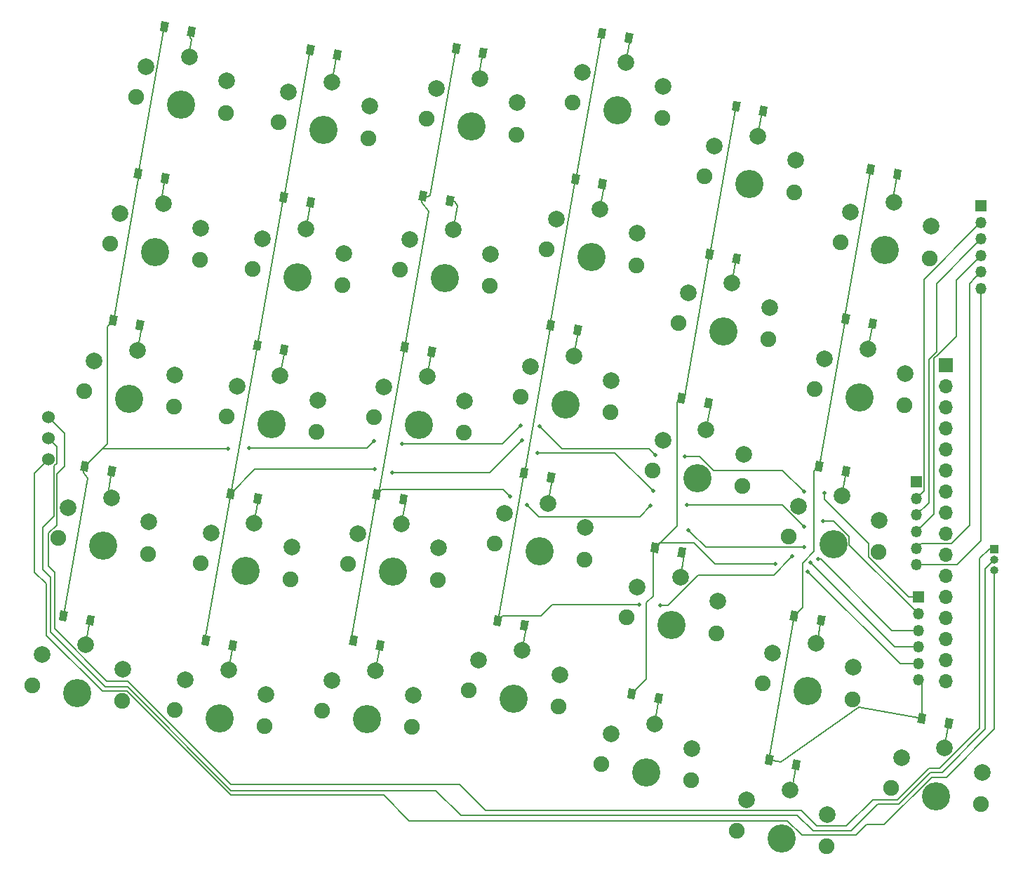
<source format=gbr>
G04 #@! TF.GenerationSoftware,KiCad,Pcbnew,(5.0.1-3-g963ef8bb5)*
G04 #@! TF.CreationDate,2019-09-06T12:34:14-07:00*
G04 #@! TF.ProjectId,atreus-ipad-11,6174726575732D697061642D31312E6B,rev?*
G04 #@! TF.SameCoordinates,Original*
G04 #@! TF.FileFunction,Copper,L1,Top,Signal*
G04 #@! TF.FilePolarity,Positive*
%FSLAX46Y46*%
G04 Gerber Fmt 4.6, Leading zero omitted, Abs format (unit mm)*
G04 Created by KiCad (PCBNEW (5.0.1-3-g963ef8bb5)) date Friday, September 06, 2019 at 12:34:14 PM*
%MOMM*%
%LPD*%
G01*
G04 APERTURE LIST*
G04 #@! TA.AperFunction,ComponentPad*
%ADD10C,2.000000*%
G04 #@! TD*
G04 #@! TA.AperFunction,ComponentPad*
%ADD11C,1.900000*%
G04 #@! TD*
G04 #@! TA.AperFunction,ComponentPad*
%ADD12C,3.400000*%
G04 #@! TD*
G04 #@! TA.AperFunction,ComponentPad*
%ADD13R,1.350000X1.350000*%
G04 #@! TD*
G04 #@! TA.AperFunction,ComponentPad*
%ADD14O,1.350000X1.350000*%
G04 #@! TD*
G04 #@! TA.AperFunction,SMDPad,CuDef*
%ADD15C,0.900000*%
G04 #@! TD*
G04 #@! TA.AperFunction,Conductor*
%ADD16C,0.100000*%
G04 #@! TD*
G04 #@! TA.AperFunction,ComponentPad*
%ADD17R,1.700000X1.700000*%
G04 #@! TD*
G04 #@! TA.AperFunction,ComponentPad*
%ADD18O,1.700000X1.700000*%
G04 #@! TD*
G04 #@! TA.AperFunction,ComponentPad*
%ADD19R,1.000000X1.000000*%
G04 #@! TD*
G04 #@! TA.AperFunction,ComponentPad*
%ADD20O,1.000000X1.000000*%
G04 #@! TD*
G04 #@! TA.AperFunction,ComponentPad*
%ADD21C,1.524000*%
G04 #@! TD*
G04 #@! TA.AperFunction,ViaPad*
%ADD22C,0.508000*%
G04 #@! TD*
G04 #@! TA.AperFunction,Conductor*
%ADD23C,0.152400*%
G04 #@! TD*
G04 APERTURE END LIST*
D10*
G04 #@! TO.P,SW26,1*
G04 #@! TO.N,/Row_6*
X122665258Y-119892067D03*
X132414854Y-121611184D03*
G04 #@! TO.P,SW26,2*
G04 #@! TO.N,Net-(D26-Pad2)*
X127904717Y-118683529D03*
D11*
G04 #@! TO.P,SW26,*
G04 #@! TO.N,*
X121463750Y-123538830D03*
X132296636Y-125448960D03*
D12*
X126880193Y-124493895D03*
G04 #@! TD*
D10*
G04 #@! TO.P,SW6,1*
G04 #@! TO.N,/Row_1*
X48737376Y-39584575D03*
X58486972Y-41303692D03*
G04 #@! TO.P,SW6,2*
G04 #@! TO.N,Net-(D6-Pad2)*
X53976835Y-38376037D03*
D11*
G04 #@! TO.P,SW6,*
G04 #@! TO.N,*
X47535868Y-43231338D03*
X58368754Y-45141468D03*
D12*
X52952311Y-44186403D03*
G04 #@! TD*
D10*
G04 #@! TO.P,SW1,1*
G04 #@! TO.N,/Row_1*
X31503242Y-36545732D03*
X41252838Y-38264849D03*
G04 #@! TO.P,SW1,2*
G04 #@! TO.N,Net-(D1-Pad2)*
X36742701Y-35337194D03*
D11*
G04 #@! TO.P,SW1,*
G04 #@! TO.N,*
X30301734Y-40192495D03*
X41134620Y-42102625D03*
D12*
X35718177Y-41147560D03*
G04 #@! TD*
D10*
G04 #@! TO.P,SW2,1*
G04 #@! TO.N,/Row_2*
X28377574Y-54272270D03*
X38127170Y-55991387D03*
G04 #@! TO.P,SW2,2*
G04 #@! TO.N,Net-(D2-Pad2)*
X33617033Y-53063732D03*
D11*
G04 #@! TO.P,SW2,*
G04 #@! TO.N,*
X27176066Y-57919033D03*
X38008952Y-59829163D03*
D12*
X32592509Y-58874098D03*
G04 #@! TD*
D10*
G04 #@! TO.P,SW3,1*
G04 #@! TO.N,/Row_3*
X25251906Y-71998811D03*
X35001502Y-73717928D03*
G04 #@! TO.P,SW3,2*
G04 #@! TO.N,Net-(D3-Pad2)*
X30491365Y-70790273D03*
D11*
G04 #@! TO.P,SW3,*
G04 #@! TO.N,*
X24050398Y-75645574D03*
X34883284Y-77555704D03*
D12*
X29466841Y-76600639D03*
G04 #@! TD*
D10*
G04 #@! TO.P,SW4,1*
G04 #@! TO.N,/Row_4*
X22126240Y-89725350D03*
X31875836Y-91444467D03*
G04 #@! TO.P,SW4,2*
G04 #@! TO.N,Net-(D4-Pad2)*
X27365699Y-88516812D03*
D11*
G04 #@! TO.P,SW4,*
G04 #@! TO.N,*
X20924732Y-93372113D03*
X31757618Y-95282243D03*
D12*
X26341175Y-94327178D03*
G04 #@! TD*
D10*
G04 #@! TO.P,SW5,1*
G04 #@! TO.N,/Row_5*
X19000573Y-107451889D03*
X28750169Y-109171006D03*
G04 #@! TO.P,SW5,2*
G04 #@! TO.N,Net-(D5-Pad2)*
X24240032Y-106243351D03*
D11*
G04 #@! TO.P,SW5,*
G04 #@! TO.N,*
X17799065Y-111098652D03*
X28631951Y-113008782D03*
D12*
X23215508Y-112053717D03*
G04 #@! TD*
D10*
G04 #@! TO.P,SW7,1*
G04 #@! TO.N,/Row_2*
X45611710Y-57311114D03*
X55361306Y-59030231D03*
G04 #@! TO.P,SW7,2*
G04 #@! TO.N,Net-(D7-Pad2)*
X50851169Y-56102576D03*
D11*
G04 #@! TO.P,SW7,*
G04 #@! TO.N,*
X44410202Y-60957877D03*
X55243088Y-62868007D03*
D12*
X49826645Y-61912942D03*
G04 #@! TD*
D10*
G04 #@! TO.P,SW8,1*
G04 #@! TO.N,/Row_3*
X42486043Y-75037653D03*
X52235639Y-76756770D03*
G04 #@! TO.P,SW8,2*
G04 #@! TO.N,Net-(D8-Pad2)*
X47725502Y-73829115D03*
D11*
G04 #@! TO.P,SW8,*
G04 #@! TO.N,*
X41284535Y-78684416D03*
X52117421Y-80594546D03*
D12*
X46700978Y-79639481D03*
G04 #@! TD*
D10*
G04 #@! TO.P,SW9,1*
G04 #@! TO.N,/Row_4*
X39360376Y-92764193D03*
X49109972Y-94483310D03*
G04 #@! TO.P,SW9,2*
G04 #@! TO.N,Net-(D9-Pad2)*
X44599835Y-91555655D03*
D11*
G04 #@! TO.P,SW9,*
G04 #@! TO.N,*
X38158868Y-96410956D03*
X48991754Y-98321086D03*
D12*
X43575311Y-97366021D03*
G04 #@! TD*
D10*
G04 #@! TO.P,SW10,1*
G04 #@! TO.N,/Row_5*
X36234709Y-110490732D03*
X45984305Y-112209849D03*
G04 #@! TO.P,SW10,2*
G04 #@! TO.N,Net-(D10-Pad2)*
X41474168Y-109282194D03*
D11*
G04 #@! TO.P,SW10,*
G04 #@! TO.N,*
X35033201Y-114137495D03*
X45866087Y-116047625D03*
D12*
X40449644Y-115092560D03*
G04 #@! TD*
D10*
G04 #@! TO.P,SW11,1*
G04 #@! TO.N,/Row_1*
X66579282Y-39176590D03*
X76328878Y-40895707D03*
G04 #@! TO.P,SW11,2*
G04 #@! TO.N,Net-(D11-Pad2)*
X71818741Y-37968052D03*
D11*
G04 #@! TO.P,SW11,*
G04 #@! TO.N,*
X65377774Y-42823353D03*
X76210660Y-44733483D03*
D12*
X70794217Y-43778418D03*
G04 #@! TD*
D10*
G04 #@! TO.P,SW12,1*
G04 #@! TO.N,/Row_2*
X63366789Y-57395533D03*
X73116385Y-59114650D03*
G04 #@! TO.P,SW12,2*
G04 #@! TO.N,Net-(D12-Pad2)*
X68606248Y-56186995D03*
D11*
G04 #@! TO.P,SW12,*
G04 #@! TO.N,*
X62165281Y-61042296D03*
X72998167Y-62952426D03*
D12*
X67581724Y-61997361D03*
G04 #@! TD*
D10*
G04 #@! TO.P,SW13,1*
G04 #@! TO.N,/Row_3*
X60241123Y-75122074D03*
X69990719Y-76841191D03*
G04 #@! TO.P,SW13,2*
G04 #@! TO.N,Net-(D13-Pad2)*
X65480582Y-73913536D03*
D11*
G04 #@! TO.P,SW13,*
G04 #@! TO.N,*
X59039615Y-78768837D03*
X69872501Y-80678967D03*
D12*
X64456058Y-79723902D03*
G04 #@! TD*
D10*
G04 #@! TO.P,SW14,1*
G04 #@! TO.N,/Row_4*
X57115456Y-92848613D03*
X66865052Y-94567730D03*
G04 #@! TO.P,SW14,2*
G04 #@! TO.N,Net-(D14-Pad2)*
X62354915Y-91640075D03*
D11*
G04 #@! TO.P,SW14,*
G04 #@! TO.N,*
X55913948Y-96495376D03*
X66746834Y-98405506D03*
D12*
X61330391Y-97450441D03*
G04 #@! TD*
D10*
G04 #@! TO.P,SW15,1*
G04 #@! TO.N,/Row_5*
X53989789Y-110575152D03*
X63739385Y-112294269D03*
G04 #@! TO.P,SW15,2*
G04 #@! TO.N,Net-(D15-Pad2)*
X59229248Y-109366614D03*
D11*
G04 #@! TO.P,SW15,*
G04 #@! TO.N,*
X52788281Y-114221915D03*
X63621167Y-116132045D03*
D12*
X58204724Y-115176980D03*
G04 #@! TD*
D10*
G04 #@! TO.P,SW16,1*
G04 #@! TO.N,/Row_1*
X84189253Y-37204570D03*
X93938849Y-38923687D03*
G04 #@! TO.P,SW16,2*
G04 #@! TO.N,Net-(D16-Pad2)*
X89428712Y-35996032D03*
D11*
G04 #@! TO.P,SW16,*
G04 #@! TO.N,*
X82987745Y-40851333D03*
X93820631Y-42761463D03*
D12*
X88404188Y-41806398D03*
G04 #@! TD*
D10*
G04 #@! TO.P,SW17,1*
G04 #@! TO.N,/Row_2*
X81063587Y-54931110D03*
X90813183Y-56650227D03*
G04 #@! TO.P,SW17,2*
G04 #@! TO.N,Net-(D17-Pad2)*
X86303046Y-53722572D03*
D11*
G04 #@! TO.P,SW17,*
G04 #@! TO.N,*
X79862079Y-58577873D03*
X90694965Y-60488003D03*
D12*
X85278522Y-59532938D03*
G04 #@! TD*
D10*
G04 #@! TO.P,SW18,1*
G04 #@! TO.N,/Row_3*
X77937920Y-72657649D03*
X87687516Y-74376766D03*
G04 #@! TO.P,SW18,2*
G04 #@! TO.N,Net-(D18-Pad2)*
X83177379Y-71449111D03*
D11*
G04 #@! TO.P,SW18,*
G04 #@! TO.N,*
X76736412Y-76304412D03*
X87569298Y-78214542D03*
D12*
X82152855Y-77259477D03*
G04 #@! TD*
D10*
G04 #@! TO.P,SW19,1*
G04 #@! TO.N,/Row_4*
X74812253Y-90384190D03*
X84561849Y-92103307D03*
G04 #@! TO.P,SW19,2*
G04 #@! TO.N,Net-(D19-Pad2)*
X80051712Y-89175652D03*
D11*
G04 #@! TO.P,SW19,*
G04 #@! TO.N,*
X73610745Y-94030953D03*
X84443631Y-95941083D03*
D12*
X79027188Y-94986018D03*
G04 #@! TD*
D10*
G04 #@! TO.P,SW20,1*
G04 #@! TO.N,/Row_5*
X71686586Y-108110728D03*
X81436182Y-109829845D03*
G04 #@! TO.P,SW20,2*
G04 #@! TO.N,Net-(D20-Pad2)*
X76926045Y-106902190D03*
D11*
G04 #@! TO.P,SW20,*
G04 #@! TO.N,*
X70485078Y-111757491D03*
X81317964Y-113667621D03*
D12*
X75901521Y-112712556D03*
G04 #@! TD*
D10*
G04 #@! TO.P,SW21,1*
G04 #@! TO.N,/Row_1*
X100135299Y-46108848D03*
X109884895Y-47827965D03*
G04 #@! TO.P,SW21,2*
G04 #@! TO.N,Net-(D21-Pad2)*
X105374758Y-44900310D03*
D11*
G04 #@! TO.P,SW21,*
G04 #@! TO.N,*
X98933791Y-49755611D03*
X109766677Y-51665741D03*
D12*
X104350234Y-50710676D03*
G04 #@! TD*
D10*
G04 #@! TO.P,SW22,1*
G04 #@! TO.N,/Row_2*
X97009632Y-63835387D03*
X106759228Y-65554504D03*
G04 #@! TO.P,SW22,2*
G04 #@! TO.N,Net-(D22-Pad2)*
X102249091Y-62626849D03*
D11*
G04 #@! TO.P,SW22,*
G04 #@! TO.N,*
X95808124Y-67482150D03*
X106641010Y-69392280D03*
D12*
X101224567Y-68437215D03*
G04 #@! TD*
D10*
G04 #@! TO.P,SW23,1*
G04 #@! TO.N,/Row_3*
X93883965Y-81561927D03*
X103633561Y-83281044D03*
G04 #@! TO.P,SW23,2*
G04 #@! TO.N,Net-(D23-Pad2)*
X99123424Y-80353389D03*
D11*
G04 #@! TO.P,SW23,*
G04 #@! TO.N,*
X92682457Y-85208690D03*
X103515343Y-87118820D03*
D12*
X98098900Y-86163755D03*
G04 #@! TD*
D10*
G04 #@! TO.P,SW24,1*
G04 #@! TO.N,/Row_4*
X90758296Y-99288466D03*
X100507892Y-101007583D03*
G04 #@! TO.P,SW24,2*
G04 #@! TO.N,Net-(D24-Pad2)*
X95997755Y-98079928D03*
D11*
G04 #@! TO.P,SW24,*
G04 #@! TO.N,*
X89556788Y-102935229D03*
X100389674Y-104845359D03*
D12*
X94973231Y-103890294D03*
G04 #@! TD*
D10*
G04 #@! TO.P,SW25,1*
G04 #@! TO.N,/Row_5*
X87632629Y-117015006D03*
X97382225Y-118734123D03*
G04 #@! TO.P,SW25,2*
G04 #@! TO.N,Net-(D25-Pad2)*
X92872088Y-115806468D03*
D11*
G04 #@! TO.P,SW25,*
G04 #@! TO.N,*
X86431121Y-120661769D03*
X97264007Y-122571899D03*
D12*
X91847564Y-121616834D03*
G04 #@! TD*
D10*
G04 #@! TO.P,SW27,1*
G04 #@! TO.N,/Row_1*
X116501194Y-54071730D03*
X126250790Y-55790847D03*
G04 #@! TO.P,SW27,2*
G04 #@! TO.N,Net-(D27-Pad2)*
X121740653Y-52863192D03*
D11*
G04 #@! TO.P,SW27,*
G04 #@! TO.N,*
X115299686Y-57718493D03*
X126132572Y-59628623D03*
D12*
X120716129Y-58673558D03*
G04 #@! TD*
D10*
G04 #@! TO.P,SW28,1*
G04 #@! TO.N,/Row_2*
X113375527Y-71798269D03*
X123125123Y-73517386D03*
G04 #@! TO.P,SW28,2*
G04 #@! TO.N,Net-(D28-Pad2)*
X118614986Y-70589731D03*
D11*
G04 #@! TO.P,SW28,*
G04 #@! TO.N,*
X112174019Y-75445032D03*
X123006905Y-77355162D03*
D12*
X117590462Y-76400097D03*
G04 #@! TD*
D10*
G04 #@! TO.P,SW29,1*
G04 #@! TO.N,/Row_3*
X110249858Y-89524809D03*
X119999454Y-91243926D03*
G04 #@! TO.P,SW29,2*
G04 #@! TO.N,Net-(D29-Pad2)*
X115489317Y-88316271D03*
D11*
G04 #@! TO.P,SW29,*
G04 #@! TO.N,*
X109048350Y-93171572D03*
X119881236Y-95081702D03*
D12*
X114464793Y-94126637D03*
G04 #@! TD*
D10*
G04 #@! TO.P,SW30,1*
G04 #@! TO.N,/Row_4*
X107124191Y-107251348D03*
X116873787Y-108970465D03*
G04 #@! TO.P,SW30,2*
G04 #@! TO.N,Net-(D30-Pad2)*
X112363650Y-106042810D03*
D11*
G04 #@! TO.P,SW30,*
G04 #@! TO.N,*
X105922683Y-110898111D03*
X116755569Y-112808241D03*
D12*
X111339126Y-111853176D03*
G04 #@! TD*
D10*
G04 #@! TO.P,SW31,1*
G04 #@! TO.N,/Row_5*
X103998525Y-124977889D03*
X113748121Y-126697006D03*
G04 #@! TO.P,SW31,2*
G04 #@! TO.N,Net-(D31-Pad2)*
X109237984Y-123769351D03*
D11*
G04 #@! TO.P,SW31,*
G04 #@! TO.N,*
X102797017Y-128624652D03*
X113629903Y-130534782D03*
D12*
X108213460Y-129579717D03*
G04 #@! TD*
D13*
G04 #@! TO.P,J2,1*
G04 #@! TO.N,/Row_1*
X132300000Y-53300000D03*
D14*
G04 #@! TO.P,J2,2*
G04 #@! TO.N,/Row_2*
X132300000Y-55300000D03*
G04 #@! TO.P,J2,3*
G04 #@! TO.N,/Row_3*
X132300000Y-57300000D03*
G04 #@! TO.P,J2,4*
G04 #@! TO.N,/Row_4*
X132300000Y-59300000D03*
G04 #@! TO.P,J2,5*
G04 #@! TO.N,/Row_5*
X132300000Y-61300000D03*
G04 #@! TO.P,J2,6*
G04 #@! TO.N,/Row_6*
X132300000Y-63300000D03*
G04 #@! TD*
D15*
G04 #@! TO.P,D1,2*
G04 #@! TO.N,Net-(D1-Pad2)*
X36995891Y-32297626D03*
D16*
G04 #@! TD*
G04 #@! TO.N,Net-(D1-Pad2)*
G04 #@! TO.C,D1*
G36*
X36448539Y-32810369D02*
X36656916Y-31628600D01*
X37543243Y-31784883D01*
X37334866Y-32966652D01*
X36448539Y-32810369D01*
X36448539Y-32810369D01*
G37*
D15*
G04 #@! TO.P,D1,1*
G04 #@! TO.N,/Column_1*
X33746025Y-31724586D03*
D16*
G04 #@! TD*
G04 #@! TO.N,/Column_1*
G04 #@! TO.C,D1*
G36*
X33198673Y-32237329D02*
X33407050Y-31055560D01*
X34293377Y-31211843D01*
X34085000Y-32393612D01*
X33198673Y-32237329D01*
X33198673Y-32237329D01*
G37*
D15*
G04 #@! TO.P,D2,2*
G04 #@! TO.N,Net-(D2-Pad2)*
X33820824Y-49984145D03*
D16*
G04 #@! TD*
G04 #@! TO.N,Net-(D2-Pad2)*
G04 #@! TO.C,D2*
G36*
X33273472Y-50496888D02*
X33481849Y-49315119D01*
X34368176Y-49471402D01*
X34159799Y-50653171D01*
X33273472Y-50496888D01*
X33273472Y-50496888D01*
G37*
D15*
G04 #@! TO.P,D2,1*
G04 #@! TO.N,/Column_1*
X30570958Y-49411107D03*
D16*
G04 #@! TD*
G04 #@! TO.N,/Column_1*
G04 #@! TO.C,D2*
G36*
X30023606Y-49923850D02*
X30231983Y-48742081D01*
X31118310Y-48898364D01*
X30909933Y-50080133D01*
X30023606Y-49923850D01*
X30023606Y-49923850D01*
G37*
D15*
G04 #@! TO.P,D3,1*
G04 #@! TO.N,/Column_1*
X27546024Y-67124588D03*
D16*
G04 #@! TD*
G04 #@! TO.N,/Column_1*
G04 #@! TO.C,D3*
G36*
X26998672Y-67637331D02*
X27207049Y-66455562D01*
X28093376Y-66611845D01*
X27884999Y-67793614D01*
X26998672Y-67637331D01*
X26998672Y-67637331D01*
G37*
D15*
G04 #@! TO.P,D3,2*
G04 #@! TO.N,Net-(D3-Pad2)*
X30795890Y-67697626D03*
D16*
G04 #@! TD*
G04 #@! TO.N,Net-(D3-Pad2)*
G04 #@! TO.C,D3*
G36*
X30248538Y-68210369D02*
X30456915Y-67028600D01*
X31343242Y-67184883D01*
X31134865Y-68366652D01*
X30248538Y-68210369D01*
X30248538Y-68210369D01*
G37*
D15*
G04 #@! TO.P,D4,1*
G04 #@! TO.N,/Column_1*
X24146025Y-84724588D03*
D16*
G04 #@! TD*
G04 #@! TO.N,/Column_1*
G04 #@! TO.C,D4*
G36*
X23598673Y-85237331D02*
X23807050Y-84055562D01*
X24693377Y-84211845D01*
X24485000Y-85393614D01*
X23598673Y-85237331D01*
X23598673Y-85237331D01*
G37*
D15*
G04 #@! TO.P,D4,2*
G04 #@! TO.N,Net-(D4-Pad2)*
X27395891Y-85297626D03*
D16*
G04 #@! TD*
G04 #@! TO.N,Net-(D4-Pad2)*
G04 #@! TO.C,D4*
G36*
X26848539Y-85810369D02*
X27056916Y-84628600D01*
X27943243Y-84784883D01*
X27734866Y-85966652D01*
X26848539Y-85810369D01*
X26848539Y-85810369D01*
G37*
D15*
G04 #@! TO.P,D5,1*
G04 #@! TO.N,/Column_1*
X21546025Y-102724588D03*
D16*
G04 #@! TD*
G04 #@! TO.N,/Column_1*
G04 #@! TO.C,D5*
G36*
X20998673Y-103237331D02*
X21207050Y-102055562D01*
X22093377Y-102211845D01*
X21885000Y-103393614D01*
X20998673Y-103237331D01*
X20998673Y-103237331D01*
G37*
D15*
G04 #@! TO.P,D5,2*
G04 #@! TO.N,Net-(D5-Pad2)*
X24795891Y-103297626D03*
D16*
G04 #@! TD*
G04 #@! TO.N,Net-(D5-Pad2)*
G04 #@! TO.C,D5*
G36*
X24248539Y-103810369D02*
X24456916Y-102628600D01*
X25343243Y-102784883D01*
X25134866Y-103966652D01*
X24248539Y-103810369D01*
X24248539Y-103810369D01*
G37*
D15*
G04 #@! TO.P,D6,2*
G04 #@! TO.N,Net-(D6-Pad2)*
X54595891Y-35097626D03*
D16*
G04 #@! TD*
G04 #@! TO.N,Net-(D6-Pad2)*
G04 #@! TO.C,D6*
G36*
X54048539Y-35610369D02*
X54256916Y-34428600D01*
X55143243Y-34584883D01*
X54934866Y-35766652D01*
X54048539Y-35610369D01*
X54048539Y-35610369D01*
G37*
D15*
G04 #@! TO.P,D6,1*
G04 #@! TO.N,/Column_2*
X51346025Y-34524588D03*
D16*
G04 #@! TD*
G04 #@! TO.N,/Column_2*
G04 #@! TO.C,D6*
G36*
X50798673Y-35037331D02*
X51007050Y-33855562D01*
X51893377Y-34011845D01*
X51685000Y-35193614D01*
X50798673Y-35037331D01*
X50798673Y-35037331D01*
G37*
D15*
G04 #@! TO.P,D7,2*
G04 #@! TO.N,Net-(D7-Pad2)*
X51395891Y-52897626D03*
D16*
G04 #@! TD*
G04 #@! TO.N,Net-(D7-Pad2)*
G04 #@! TO.C,D7*
G36*
X50848539Y-53410369D02*
X51056916Y-52228600D01*
X51943243Y-52384883D01*
X51734866Y-53566652D01*
X50848539Y-53410369D01*
X50848539Y-53410369D01*
G37*
D15*
G04 #@! TO.P,D7,1*
G04 #@! TO.N,/Column_2*
X48146025Y-52324588D03*
D16*
G04 #@! TD*
G04 #@! TO.N,/Column_2*
G04 #@! TO.C,D7*
G36*
X47598673Y-52837331D02*
X47807050Y-51655562D01*
X48693377Y-51811845D01*
X48485000Y-52993614D01*
X47598673Y-52837331D01*
X47598673Y-52837331D01*
G37*
D15*
G04 #@! TO.P,D8,1*
G04 #@! TO.N,/Column_2*
X44946025Y-70124588D03*
D16*
G04 #@! TD*
G04 #@! TO.N,/Column_2*
G04 #@! TO.C,D8*
G36*
X44398673Y-70637331D02*
X44607050Y-69455562D01*
X45493377Y-69611845D01*
X45285000Y-70793614D01*
X44398673Y-70637331D01*
X44398673Y-70637331D01*
G37*
D15*
G04 #@! TO.P,D8,2*
G04 #@! TO.N,Net-(D8-Pad2)*
X48195891Y-70697626D03*
D16*
G04 #@! TD*
G04 #@! TO.N,Net-(D8-Pad2)*
G04 #@! TO.C,D8*
G36*
X47648539Y-71210369D02*
X47856916Y-70028600D01*
X48743243Y-70184883D01*
X48534866Y-71366652D01*
X47648539Y-71210369D01*
X47648539Y-71210369D01*
G37*
D15*
G04 #@! TO.P,D9,1*
G04 #@! TO.N,/Column_2*
X41746025Y-88031755D03*
D16*
G04 #@! TD*
G04 #@! TO.N,/Column_2*
G04 #@! TO.C,D9*
G36*
X41198673Y-88544498D02*
X41407050Y-87362729D01*
X42293377Y-87519012D01*
X42085000Y-88700781D01*
X41198673Y-88544498D01*
X41198673Y-88544498D01*
G37*
D15*
G04 #@! TO.P,D9,2*
G04 #@! TO.N,Net-(D9-Pad2)*
X44995891Y-88604793D03*
D16*
G04 #@! TD*
G04 #@! TO.N,Net-(D9-Pad2)*
G04 #@! TO.C,D9*
G36*
X44448539Y-89117536D02*
X44656916Y-87935767D01*
X45543243Y-88092050D01*
X45334866Y-89273819D01*
X44448539Y-89117536D01*
X44448539Y-89117536D01*
G37*
D15*
G04 #@! TO.P,D10,1*
G04 #@! TO.N,/Column_2*
X38746025Y-105724587D03*
D16*
G04 #@! TD*
G04 #@! TO.N,/Column_2*
G04 #@! TO.C,D10*
G36*
X38198673Y-106237330D02*
X38407050Y-105055561D01*
X39293377Y-105211844D01*
X39085000Y-106393613D01*
X38198673Y-106237330D01*
X38198673Y-106237330D01*
G37*
D15*
G04 #@! TO.P,D10,2*
G04 #@! TO.N,Net-(D10-Pad2)*
X41995891Y-106297627D03*
D16*
G04 #@! TD*
G04 #@! TO.N,Net-(D10-Pad2)*
G04 #@! TO.C,D10*
G36*
X41448539Y-106810370D02*
X41656916Y-105628601D01*
X42543243Y-105784884D01*
X42334866Y-106966653D01*
X41448539Y-106810370D01*
X41448539Y-106810370D01*
G37*
D15*
G04 #@! TO.P,D11,2*
G04 #@! TO.N,Net-(D11-Pad2)*
X72195891Y-34897626D03*
D16*
G04 #@! TD*
G04 #@! TO.N,Net-(D11-Pad2)*
G04 #@! TO.C,D11*
G36*
X71648539Y-35410369D02*
X71856916Y-34228600D01*
X72743243Y-34384883D01*
X72534866Y-35566652D01*
X71648539Y-35410369D01*
X71648539Y-35410369D01*
G37*
D15*
G04 #@! TO.P,D11,1*
G04 #@! TO.N,/Column_3*
X68946025Y-34324588D03*
D16*
G04 #@! TD*
G04 #@! TO.N,/Column_3*
G04 #@! TO.C,D11*
G36*
X68398673Y-34837331D02*
X68607050Y-33655562D01*
X69493377Y-33811845D01*
X69285000Y-34993614D01*
X68398673Y-34837331D01*
X68398673Y-34837331D01*
G37*
D15*
G04 #@! TO.P,D12,2*
G04 #@! TO.N,Net-(D12-Pad2)*
X68195891Y-52697626D03*
D16*
G04 #@! TD*
G04 #@! TO.N,Net-(D12-Pad2)*
G04 #@! TO.C,D12*
G36*
X67648539Y-53210369D02*
X67856916Y-52028600D01*
X68743243Y-52184883D01*
X68534866Y-53366652D01*
X67648539Y-53210369D01*
X67648539Y-53210369D01*
G37*
D15*
G04 #@! TO.P,D12,1*
G04 #@! TO.N,/Column_3*
X64946025Y-52124588D03*
D16*
G04 #@! TD*
G04 #@! TO.N,/Column_3*
G04 #@! TO.C,D12*
G36*
X64398673Y-52637331D02*
X64607050Y-51455562D01*
X65493377Y-51611845D01*
X65285000Y-52793614D01*
X64398673Y-52637331D01*
X64398673Y-52637331D01*
G37*
D15*
G04 #@! TO.P,D13,2*
G04 #@! TO.N,Net-(D13-Pad2)*
X65995890Y-70897626D03*
D16*
G04 #@! TD*
G04 #@! TO.N,Net-(D13-Pad2)*
G04 #@! TO.C,D13*
G36*
X65448538Y-71410369D02*
X65656915Y-70228600D01*
X66543242Y-70384883D01*
X66334865Y-71566652D01*
X65448538Y-71410369D01*
X65448538Y-71410369D01*
G37*
D15*
G04 #@! TO.P,D13,1*
G04 #@! TO.N,/Column_3*
X62746024Y-70324588D03*
D16*
G04 #@! TD*
G04 #@! TO.N,/Column_3*
G04 #@! TO.C,D13*
G36*
X62198672Y-70837331D02*
X62407049Y-69655562D01*
X63293376Y-69811845D01*
X63084999Y-70993614D01*
X62198672Y-70837331D01*
X62198672Y-70837331D01*
G37*
D15*
G04 #@! TO.P,D14,1*
G04 #@! TO.N,/Column_3*
X59346025Y-88124589D03*
D16*
G04 #@! TD*
G04 #@! TO.N,/Column_3*
G04 #@! TO.C,D14*
G36*
X58798673Y-88637332D02*
X59007050Y-87455563D01*
X59893377Y-87611846D01*
X59685000Y-88793615D01*
X58798673Y-88637332D01*
X58798673Y-88637332D01*
G37*
D15*
G04 #@! TO.P,D14,2*
G04 #@! TO.N,Net-(D14-Pad2)*
X62595891Y-88697627D03*
D16*
G04 #@! TD*
G04 #@! TO.N,Net-(D14-Pad2)*
G04 #@! TO.C,D14*
G36*
X62048539Y-89210370D02*
X62256916Y-88028601D01*
X63143243Y-88184884D01*
X62934866Y-89366653D01*
X62048539Y-89210370D01*
X62048539Y-89210370D01*
G37*
D15*
G04 #@! TO.P,D15,1*
G04 #@! TO.N,/Column_3*
X56546025Y-105724588D03*
D16*
G04 #@! TD*
G04 #@! TO.N,/Column_3*
G04 #@! TO.C,D15*
G36*
X55998673Y-106237331D02*
X56207050Y-105055562D01*
X57093377Y-105211845D01*
X56885000Y-106393614D01*
X55998673Y-106237331D01*
X55998673Y-106237331D01*
G37*
D15*
G04 #@! TO.P,D15,2*
G04 #@! TO.N,Net-(D15-Pad2)*
X59795891Y-106297626D03*
D16*
G04 #@! TD*
G04 #@! TO.N,Net-(D15-Pad2)*
G04 #@! TO.C,D15*
G36*
X59248539Y-106810369D02*
X59456916Y-105628600D01*
X60343243Y-105784883D01*
X60134866Y-106966652D01*
X59248539Y-106810369D01*
X59248539Y-106810369D01*
G37*
D15*
G04 #@! TO.P,D16,2*
G04 #@! TO.N,Net-(D16-Pad2)*
X89795891Y-33097626D03*
D16*
G04 #@! TD*
G04 #@! TO.N,Net-(D16-Pad2)*
G04 #@! TO.C,D16*
G36*
X89248539Y-33610369D02*
X89456916Y-32428600D01*
X90343243Y-32584883D01*
X90134866Y-33766652D01*
X89248539Y-33610369D01*
X89248539Y-33610369D01*
G37*
D15*
G04 #@! TO.P,D16,1*
G04 #@! TO.N,/Column_4*
X86546025Y-32524588D03*
D16*
G04 #@! TD*
G04 #@! TO.N,/Column_4*
G04 #@! TO.C,D16*
G36*
X85998673Y-33037331D02*
X86207050Y-31855562D01*
X87093377Y-32011845D01*
X86885000Y-33193614D01*
X85998673Y-33037331D01*
X85998673Y-33037331D01*
G37*
D15*
G04 #@! TO.P,D17,2*
G04 #@! TO.N,Net-(D17-Pad2)*
X86595891Y-50697626D03*
D16*
G04 #@! TD*
G04 #@! TO.N,Net-(D17-Pad2)*
G04 #@! TO.C,D17*
G36*
X86048539Y-51210369D02*
X86256916Y-50028600D01*
X87143243Y-50184883D01*
X86934866Y-51366652D01*
X86048539Y-51210369D01*
X86048539Y-51210369D01*
G37*
D15*
G04 #@! TO.P,D17,1*
G04 #@! TO.N,/Column_4*
X83346025Y-50124588D03*
D16*
G04 #@! TD*
G04 #@! TO.N,/Column_4*
G04 #@! TO.C,D17*
G36*
X82798673Y-50637331D02*
X83007050Y-49455562D01*
X83893377Y-49611845D01*
X83685000Y-50793614D01*
X82798673Y-50637331D01*
X82798673Y-50637331D01*
G37*
D15*
G04 #@! TO.P,D18,2*
G04 #@! TO.N,Net-(D18-Pad2)*
X83595891Y-68297626D03*
D16*
G04 #@! TD*
G04 #@! TO.N,Net-(D18-Pad2)*
G04 #@! TO.C,D18*
G36*
X83048539Y-68810369D02*
X83256916Y-67628600D01*
X84143243Y-67784883D01*
X83934866Y-68966652D01*
X83048539Y-68810369D01*
X83048539Y-68810369D01*
G37*
D15*
G04 #@! TO.P,D18,1*
G04 #@! TO.N,/Column_4*
X80346025Y-67724588D03*
D16*
G04 #@! TD*
G04 #@! TO.N,/Column_4*
G04 #@! TO.C,D18*
G36*
X79798673Y-68237331D02*
X80007050Y-67055562D01*
X80893377Y-67211845D01*
X80685000Y-68393614D01*
X79798673Y-68237331D01*
X79798673Y-68237331D01*
G37*
D15*
G04 #@! TO.P,D19,1*
G04 #@! TO.N,/Column_4*
X77146024Y-85524588D03*
D16*
G04 #@! TD*
G04 #@! TO.N,/Column_4*
G04 #@! TO.C,D19*
G36*
X76598672Y-86037331D02*
X76807049Y-84855562D01*
X77693376Y-85011845D01*
X77484999Y-86193614D01*
X76598672Y-86037331D01*
X76598672Y-86037331D01*
G37*
D15*
G04 #@! TO.P,D19,2*
G04 #@! TO.N,Net-(D19-Pad2)*
X80395890Y-86097626D03*
D16*
G04 #@! TD*
G04 #@! TO.N,Net-(D19-Pad2)*
G04 #@! TO.C,D19*
G36*
X79848538Y-86610369D02*
X80056915Y-85428600D01*
X80943242Y-85584883D01*
X80734865Y-86766652D01*
X79848538Y-86610369D01*
X79848538Y-86610369D01*
G37*
D15*
G04 #@! TO.P,D20,1*
G04 #@! TO.N,/Column_4*
X73946025Y-103324588D03*
D16*
G04 #@! TD*
G04 #@! TO.N,/Column_4*
G04 #@! TO.C,D20*
G36*
X73398673Y-103837331D02*
X73607050Y-102655562D01*
X74493377Y-102811845D01*
X74285000Y-103993614D01*
X73398673Y-103837331D01*
X73398673Y-103837331D01*
G37*
D15*
G04 #@! TO.P,D20,2*
G04 #@! TO.N,Net-(D20-Pad2)*
X77195891Y-103897626D03*
D16*
G04 #@! TD*
G04 #@! TO.N,Net-(D20-Pad2)*
G04 #@! TO.C,D20*
G36*
X76648539Y-104410369D02*
X76856916Y-103228600D01*
X77743243Y-103384883D01*
X77534866Y-104566652D01*
X76648539Y-104410369D01*
X76648539Y-104410369D01*
G37*
D15*
G04 #@! TO.P,D21,2*
G04 #@! TO.N,Net-(D21-Pad2)*
X105995890Y-41897626D03*
D16*
G04 #@! TD*
G04 #@! TO.N,Net-(D21-Pad2)*
G04 #@! TO.C,D21*
G36*
X105448538Y-42410369D02*
X105656915Y-41228600D01*
X106543242Y-41384883D01*
X106334865Y-42566652D01*
X105448538Y-42410369D01*
X105448538Y-42410369D01*
G37*
D15*
G04 #@! TO.P,D21,1*
G04 #@! TO.N,/Column_5*
X102746024Y-41324588D03*
D16*
G04 #@! TD*
G04 #@! TO.N,/Column_5*
G04 #@! TO.C,D21*
G36*
X102198672Y-41837331D02*
X102407049Y-40655562D01*
X103293376Y-40811845D01*
X103084999Y-41993614D01*
X102198672Y-41837331D01*
X102198672Y-41837331D01*
G37*
D15*
G04 #@! TO.P,D22,2*
G04 #@! TO.N,Net-(D22-Pad2)*
X102795891Y-59697626D03*
D16*
G04 #@! TD*
G04 #@! TO.N,Net-(D22-Pad2)*
G04 #@! TO.C,D22*
G36*
X102248539Y-60210369D02*
X102456916Y-59028600D01*
X103343243Y-59184883D01*
X103134866Y-60366652D01*
X102248539Y-60210369D01*
X102248539Y-60210369D01*
G37*
D15*
G04 #@! TO.P,D22,1*
G04 #@! TO.N,/Column_5*
X99546025Y-59124588D03*
D16*
G04 #@! TD*
G04 #@! TO.N,/Column_5*
G04 #@! TO.C,D22*
G36*
X98998673Y-59637331D02*
X99207050Y-58455562D01*
X100093377Y-58611845D01*
X99885000Y-59793614D01*
X98998673Y-59637331D01*
X98998673Y-59637331D01*
G37*
D15*
G04 #@! TO.P,D23,1*
G04 #@! TO.N,/Column_5*
X96146025Y-76524588D03*
D16*
G04 #@! TD*
G04 #@! TO.N,/Column_5*
G04 #@! TO.C,D23*
G36*
X95598673Y-77037331D02*
X95807050Y-75855562D01*
X96693377Y-76011845D01*
X96485000Y-77193614D01*
X95598673Y-77037331D01*
X95598673Y-77037331D01*
G37*
D15*
G04 #@! TO.P,D23,2*
G04 #@! TO.N,Net-(D23-Pad2)*
X99395891Y-77097626D03*
D16*
G04 #@! TD*
G04 #@! TO.N,Net-(D23-Pad2)*
G04 #@! TO.C,D23*
G36*
X98848539Y-77610369D02*
X99056916Y-76428600D01*
X99943243Y-76584883D01*
X99734866Y-77766652D01*
X98848539Y-77610369D01*
X98848539Y-77610369D01*
G37*
D15*
G04 #@! TO.P,D24,1*
G04 #@! TO.N,/Column_5*
X92946024Y-94524588D03*
D16*
G04 #@! TD*
G04 #@! TO.N,/Column_5*
G04 #@! TO.C,D24*
G36*
X92398672Y-95037331D02*
X92607049Y-93855562D01*
X93493376Y-94011845D01*
X93284999Y-95193614D01*
X92398672Y-95037331D01*
X92398672Y-95037331D01*
G37*
D15*
G04 #@! TO.P,D24,2*
G04 #@! TO.N,Net-(D24-Pad2)*
X96195890Y-95097626D03*
D16*
G04 #@! TD*
G04 #@! TO.N,Net-(D24-Pad2)*
G04 #@! TO.C,D24*
G36*
X95648538Y-95610369D02*
X95856915Y-94428600D01*
X96743242Y-94584883D01*
X96534865Y-95766652D01*
X95648538Y-95610369D01*
X95648538Y-95610369D01*
G37*
D15*
G04 #@! TO.P,D25,1*
G04 #@! TO.N,/Column_5*
X90146025Y-112124588D03*
D16*
G04 #@! TD*
G04 #@! TO.N,/Column_5*
G04 #@! TO.C,D25*
G36*
X89598673Y-112637331D02*
X89807050Y-111455562D01*
X90693377Y-111611845D01*
X90485000Y-112793614D01*
X89598673Y-112637331D01*
X89598673Y-112637331D01*
G37*
D15*
G04 #@! TO.P,D25,2*
G04 #@! TO.N,Net-(D25-Pad2)*
X93395891Y-112697626D03*
D16*
G04 #@! TD*
G04 #@! TO.N,Net-(D25-Pad2)*
G04 #@! TO.C,D25*
G36*
X92848539Y-113210369D02*
X93056916Y-112028600D01*
X93943243Y-112184883D01*
X93734866Y-113366652D01*
X92848539Y-113210369D01*
X92848539Y-113210369D01*
G37*
D15*
G04 #@! TO.P,D26,1*
G04 #@! TO.N,/Column_6*
X125146024Y-115124588D03*
D16*
G04 #@! TD*
G04 #@! TO.N,/Column_6*
G04 #@! TO.C,D26*
G36*
X124598672Y-115637331D02*
X124807049Y-114455562D01*
X125693376Y-114611845D01*
X125484999Y-115793614D01*
X124598672Y-115637331D01*
X124598672Y-115637331D01*
G37*
D15*
G04 #@! TO.P,D26,2*
G04 #@! TO.N,Net-(D26-Pad2)*
X128395890Y-115697626D03*
D16*
G04 #@! TD*
G04 #@! TO.N,Net-(D26-Pad2)*
G04 #@! TO.C,D26*
G36*
X127848538Y-116210369D02*
X128056915Y-115028600D01*
X128943242Y-115184883D01*
X128734865Y-116366652D01*
X127848538Y-116210369D01*
X127848538Y-116210369D01*
G37*
D15*
G04 #@! TO.P,D27,2*
G04 #@! TO.N,Net-(D27-Pad2)*
X122195891Y-49497626D03*
D16*
G04 #@! TD*
G04 #@! TO.N,Net-(D27-Pad2)*
G04 #@! TO.C,D27*
G36*
X121648539Y-50010369D02*
X121856916Y-48828600D01*
X122743243Y-48984883D01*
X122534866Y-50166652D01*
X121648539Y-50010369D01*
X121648539Y-50010369D01*
G37*
D15*
G04 #@! TO.P,D27,1*
G04 #@! TO.N,/Column_6*
X118946025Y-48924588D03*
D16*
G04 #@! TD*
G04 #@! TO.N,/Column_6*
G04 #@! TO.C,D27*
G36*
X118398673Y-49437331D02*
X118607050Y-48255562D01*
X119493377Y-48411845D01*
X119285000Y-49593614D01*
X118398673Y-49437331D01*
X118398673Y-49437331D01*
G37*
D15*
G04 #@! TO.P,D28,2*
G04 #@! TO.N,Net-(D28-Pad2)*
X119195891Y-67497626D03*
D16*
G04 #@! TD*
G04 #@! TO.N,Net-(D28-Pad2)*
G04 #@! TO.C,D28*
G36*
X118648539Y-68010369D02*
X118856916Y-66828600D01*
X119743243Y-66984883D01*
X119534866Y-68166652D01*
X118648539Y-68010369D01*
X118648539Y-68010369D01*
G37*
D15*
G04 #@! TO.P,D28,1*
G04 #@! TO.N,/Column_6*
X115946025Y-66924588D03*
D16*
G04 #@! TD*
G04 #@! TO.N,/Column_6*
G04 #@! TO.C,D28*
G36*
X115398673Y-67437331D02*
X115607050Y-66255562D01*
X116493377Y-66411845D01*
X116285000Y-67593614D01*
X115398673Y-67437331D01*
X115398673Y-67437331D01*
G37*
D15*
G04 #@! TO.P,D29,2*
G04 #@! TO.N,Net-(D29-Pad2)*
X115995891Y-85297627D03*
D16*
G04 #@! TD*
G04 #@! TO.N,Net-(D29-Pad2)*
G04 #@! TO.C,D29*
G36*
X115448539Y-85810370D02*
X115656916Y-84628601D01*
X116543243Y-84784884D01*
X116334866Y-85966653D01*
X115448539Y-85810370D01*
X115448539Y-85810370D01*
G37*
D15*
G04 #@! TO.P,D29,1*
G04 #@! TO.N,/Column_6*
X112746025Y-84724589D03*
D16*
G04 #@! TD*
G04 #@! TO.N,/Column_6*
G04 #@! TO.C,D29*
G36*
X112198673Y-85237332D02*
X112407050Y-84055563D01*
X113293377Y-84211846D01*
X113085000Y-85393615D01*
X112198673Y-85237332D01*
X112198673Y-85237332D01*
G37*
D15*
G04 #@! TO.P,D30,1*
G04 #@! TO.N,/Column_6*
X109746025Y-102724588D03*
D16*
G04 #@! TD*
G04 #@! TO.N,/Column_6*
G04 #@! TO.C,D30*
G36*
X109198673Y-103237331D02*
X109407050Y-102055562D01*
X110293377Y-102211845D01*
X110085000Y-103393614D01*
X109198673Y-103237331D01*
X109198673Y-103237331D01*
G37*
D15*
G04 #@! TO.P,D30,2*
G04 #@! TO.N,Net-(D30-Pad2)*
X112995891Y-103297626D03*
D16*
G04 #@! TD*
G04 #@! TO.N,Net-(D30-Pad2)*
G04 #@! TO.C,D30*
G36*
X112448539Y-103810369D02*
X112656916Y-102628600D01*
X113543243Y-102784883D01*
X113334866Y-103966652D01*
X112448539Y-103810369D01*
X112448539Y-103810369D01*
G37*
D15*
G04 #@! TO.P,D31,1*
G04 #@! TO.N,/Column_6*
X106746025Y-120124588D03*
D16*
G04 #@! TD*
G04 #@! TO.N,/Column_6*
G04 #@! TO.C,D31*
G36*
X106198673Y-120637331D02*
X106407050Y-119455562D01*
X107293377Y-119611845D01*
X107085000Y-120793614D01*
X106198673Y-120637331D01*
X106198673Y-120637331D01*
G37*
D15*
G04 #@! TO.P,D31,2*
G04 #@! TO.N,Net-(D31-Pad2)*
X109995891Y-120697626D03*
D16*
G04 #@! TD*
G04 #@! TO.N,Net-(D31-Pad2)*
G04 #@! TO.C,D31*
G36*
X109448539Y-121210369D02*
X109656916Y-120028600D01*
X110543243Y-120184883D01*
X110334866Y-121366652D01*
X109448539Y-121210369D01*
X109448539Y-121210369D01*
G37*
D17*
G04 #@! TO.P,J3,1*
G04 #@! TO.N,Net-(J3-Pad1)*
X128000000Y-72500000D03*
D18*
G04 #@! TO.P,J3,2*
G04 #@! TO.N,Net-(J3-Pad2)*
X128000000Y-75040000D03*
G04 #@! TO.P,J3,3*
G04 #@! TO.N,Net-(J3-Pad3)*
X128000000Y-77580000D03*
G04 #@! TO.P,J3,4*
G04 #@! TO.N,Net-(J3-Pad4)*
X128000000Y-80120000D03*
G04 #@! TO.P,J3,5*
G04 #@! TO.N,Net-(J3-Pad5)*
X128000000Y-82660000D03*
G04 #@! TO.P,J3,6*
G04 #@! TO.N,Net-(J3-Pad6)*
X128000000Y-85200000D03*
G04 #@! TO.P,J3,7*
G04 #@! TO.N,Net-(J3-Pad7)*
X128000000Y-87740000D03*
G04 #@! TO.P,J3,8*
G04 #@! TO.N,Net-(J3-Pad8)*
X128000000Y-90280000D03*
G04 #@! TO.P,J3,9*
G04 #@! TO.N,Net-(J3-Pad9)*
X128000000Y-92820000D03*
G04 #@! TO.P,J3,10*
G04 #@! TO.N,Net-(J3-Pad10)*
X128000000Y-95360000D03*
G04 #@! TO.P,J3,11*
G04 #@! TO.N,Net-(J3-Pad11)*
X128000000Y-97900000D03*
G04 #@! TO.P,J3,12*
G04 #@! TO.N,Net-(J3-Pad12)*
X128000000Y-100440000D03*
G04 #@! TO.P,J3,13*
G04 #@! TO.N,Net-(J3-Pad13)*
X128000000Y-102980000D03*
G04 #@! TO.P,J3,14*
G04 #@! TO.N,Net-(J3-Pad14)*
X128000000Y-105520000D03*
G04 #@! TO.P,J3,15*
G04 #@! TO.N,Net-(J3-Pad15)*
X128000000Y-108060000D03*
G04 #@! TO.P,J3,16*
G04 #@! TO.N,Net-(J3-Pad16)*
X128000000Y-110600000D03*
G04 #@! TD*
D13*
G04 #@! TO.P,J1,1*
G04 #@! TO.N,/Row_1*
X124500000Y-86600000D03*
D14*
G04 #@! TO.P,J1,2*
G04 #@! TO.N,/Row_2*
X124500000Y-88600000D03*
G04 #@! TO.P,J1,3*
G04 #@! TO.N,/Row_3*
X124500000Y-90600000D03*
G04 #@! TO.P,J1,4*
G04 #@! TO.N,/Row_4*
X124500000Y-92600000D03*
G04 #@! TO.P,J1,5*
G04 #@! TO.N,/Row_5*
X124500000Y-94600000D03*
G04 #@! TO.P,J1,6*
G04 #@! TO.N,/Row_6*
X124500000Y-96600000D03*
G04 #@! TD*
G04 #@! TO.P,J4,6*
G04 #@! TO.N,/Column_6*
X124700000Y-110500000D03*
G04 #@! TO.P,J4,5*
G04 #@! TO.N,/Column_5*
X124700000Y-108500000D03*
G04 #@! TO.P,J4,4*
G04 #@! TO.N,/Column_4*
X124700000Y-106500000D03*
G04 #@! TO.P,J4,3*
G04 #@! TO.N,/Column_3*
X124700000Y-104500000D03*
G04 #@! TO.P,J4,2*
G04 #@! TO.N,/Column_2*
X124700000Y-102500000D03*
D13*
G04 #@! TO.P,J4,1*
G04 #@! TO.N,/Column_1*
X124700000Y-100500000D03*
G04 #@! TD*
D19*
G04 #@! TO.P,J6,1*
G04 #@! TO.N,Net-(J6-Pad1)*
X133900000Y-94700000D03*
D20*
G04 #@! TO.P,J6,2*
G04 #@! TO.N,Net-(J6-Pad2)*
X133900000Y-95970000D03*
G04 #@! TO.P,J6,3*
G04 #@! TO.N,Net-(J6-Pad3)*
X133900000Y-97240000D03*
G04 #@! TD*
D21*
G04 #@! TO.P,SW32,1*
G04 #@! TO.N,Net-(J6-Pad1)*
X19756000Y-78814000D03*
G04 #@! TO.P,SW32,2*
G04 #@! TO.N,Net-(J6-Pad2)*
X19756000Y-81354000D03*
G04 #@! TO.P,SW32,3*
G04 #@! TO.N,Net-(J6-Pad3)*
X19756000Y-83894000D03*
G04 #@! TD*
D22*
G04 #@! TO.N,/Column_1*
X41400000Y-82600000D03*
X44000000Y-82500000D03*
X59000000Y-81700000D03*
X62400000Y-82000000D03*
X76700000Y-79800000D03*
X79000000Y-79900000D03*
X93000000Y-83400000D03*
X110900000Y-87800000D03*
X113400000Y-87900000D03*
X96582610Y-83500000D03*
G04 #@! TO.N,/Column_2*
X59100000Y-85100000D03*
X61200000Y-85500000D03*
X76900000Y-81600000D03*
X78800000Y-83100000D03*
X92700000Y-87700000D03*
X110900000Y-92000000D03*
X113200000Y-91300000D03*
X96800000Y-89400000D03*
G04 #@! TO.N,/Column_3*
X75500000Y-88400000D03*
X77500000Y-89400000D03*
X92400000Y-89500000D03*
X110900000Y-94500000D03*
X112600000Y-95900000D03*
X97000000Y-92400000D03*
G04 #@! TO.N,/Column_4*
X111700000Y-96300000D03*
X91000000Y-101400000D03*
X93599996Y-101500000D03*
X109499996Y-95600000D03*
G04 #@! TO.N,/Column_5*
X111400000Y-97400000D03*
X107500000Y-96500000D03*
G04 #@! TD*
D23*
G04 #@! TO.N,Net-(D1-Pad2)*
X36865238Y-33038596D02*
X37001838Y-33233681D01*
X36995891Y-32297627D02*
X36865238Y-33038596D01*
X37001838Y-33233681D02*
X36658001Y-35183679D01*
X36658001Y-35183679D02*
X36820233Y-35415370D01*
G04 #@! TO.N,/Column_1*
X24015372Y-85465557D02*
X24493309Y-86148121D01*
X24146025Y-84724588D02*
X24015372Y-85465557D01*
X24493309Y-86148121D02*
X21593828Y-102591895D01*
X21593828Y-102591895D02*
X21583409Y-102650983D01*
X26270613Y-82600000D02*
X41400000Y-82600000D01*
X24146025Y-84724588D02*
X26270613Y-82600000D01*
X58200000Y-82500000D02*
X59000000Y-81700000D01*
X44000000Y-82500000D02*
X58200000Y-82500000D01*
X74500000Y-82000000D02*
X76700000Y-79800000D01*
X62400000Y-82000000D02*
X74500000Y-82000000D01*
X79000000Y-79900000D02*
X81400000Y-82300000D01*
X81690528Y-82590528D02*
X92190528Y-82590528D01*
X92190528Y-82590528D02*
X93000000Y-83400000D01*
X81400000Y-82300000D02*
X81690528Y-82590528D01*
X26900000Y-82039589D02*
X24179588Y-84760001D01*
X33746025Y-31724586D02*
X30618746Y-49460267D01*
X26900000Y-67874314D02*
X26900000Y-82039589D01*
X30706677Y-49585845D02*
X27606501Y-67167813D01*
X30618746Y-49460267D02*
X30706677Y-49585845D01*
X27606501Y-67167813D02*
X26900000Y-67874314D01*
X123555204Y-100500000D02*
X123872600Y-100500000D01*
X118702635Y-95647431D02*
X123555204Y-100500000D01*
X118702635Y-94002635D02*
X118702635Y-95647431D01*
X113400000Y-88700000D02*
X118702635Y-94002635D01*
X123872600Y-100500000D02*
X124700000Y-100500000D01*
X113400000Y-87900000D02*
X113400000Y-88700000D01*
X96941820Y-83500000D02*
X96582610Y-83500000D01*
X98289475Y-83500000D02*
X96941820Y-83500000D01*
X110900000Y-87800000D02*
X108338026Y-85238026D01*
X100027501Y-85238026D02*
X98289475Y-83500000D01*
X108338026Y-85238026D02*
X100027501Y-85238026D01*
G04 #@! TO.N,Net-(D2-Pad2)*
X33346049Y-52676726D02*
X33617034Y-53063732D01*
X33820823Y-49984145D02*
X33346049Y-52676726D01*
G04 #@! TO.N,Net-(D3-Pad2)*
X30988244Y-67972336D02*
X30795890Y-67697627D01*
X30491365Y-70790273D02*
X30988244Y-67972336D01*
G04 #@! TO.N,Net-(D4-Pad2)*
X27395891Y-85297627D02*
X26906230Y-88074632D01*
X26906230Y-88074632D02*
X27084037Y-88328568D01*
G04 #@! TO.N,Net-(D5-Pad2)*
X24240032Y-106243351D02*
X24748197Y-103361407D01*
X24748197Y-103361407D02*
X24782868Y-103337130D01*
G04 #@! TO.N,Net-(D6-Pad2)*
X54549135Y-35130364D02*
X54595890Y-35097626D01*
X53976835Y-38376037D02*
X54549135Y-35130364D01*
G04 #@! TO.N,/Column_2*
X48216050Y-52275556D02*
X48146025Y-52324588D01*
X51346025Y-34524587D02*
X48216050Y-52275556D01*
X45016050Y-70075556D02*
X44946025Y-70124588D01*
X48146025Y-52324588D02*
X45016050Y-70075556D01*
X41794492Y-87997817D02*
X41746025Y-88031755D01*
X44946025Y-70124588D02*
X41794492Y-87997817D01*
X41746025Y-88031755D02*
X38720027Y-105193043D01*
X38815667Y-105329631D02*
X38746025Y-105724586D01*
X38720027Y-105193043D02*
X38815667Y-105329631D01*
X44677780Y-85100000D02*
X59100000Y-85100000D01*
X41746025Y-88031755D02*
X44677780Y-85100000D01*
X73000000Y-85500000D02*
X76900000Y-81600000D01*
X61200000Y-85500000D02*
X73000000Y-85500000D01*
X88100000Y-83100000D02*
X92700000Y-87700000D01*
X78800000Y-83100000D02*
X88100000Y-83100000D01*
X124025001Y-101825001D02*
X124700000Y-102500000D01*
X116393394Y-94193394D02*
X124025001Y-101825001D01*
X116393394Y-93200908D02*
X116393394Y-94193394D01*
X114492486Y-91300000D02*
X116393394Y-93200908D01*
X113200000Y-91300000D02*
X114492486Y-91300000D01*
X108300000Y-89400000D02*
X97159210Y-89400000D01*
X110900000Y-92000000D02*
X108300000Y-89400000D01*
X97159210Y-89400000D02*
X96800000Y-89400000D01*
G04 #@! TO.N,Net-(D7-Pad2)*
X51412185Y-52920898D02*
X51395890Y-52897627D01*
X50851169Y-56102576D02*
X51412185Y-52920898D01*
G04 #@! TO.N,Net-(D8-Pad2)*
X48261217Y-70790923D02*
X48195891Y-70697627D01*
X47725502Y-73829115D02*
X48261217Y-70790923D01*
G04 #@! TO.N,Net-(D9-Pad2)*
X45095155Y-88746557D02*
X44995891Y-88604794D01*
X44599835Y-91555656D02*
X45095155Y-88746557D01*
G04 #@! TO.N,Net-(D10-Pad2)*
X41999515Y-106302803D02*
X41995891Y-106297627D01*
X41474168Y-109282194D02*
X41999515Y-106302803D01*
G04 #@! TO.N,Net-(D11-Pad2)*
X71687533Y-37780667D02*
X71818741Y-37968052D01*
X72195890Y-34897627D02*
X71687533Y-37780667D01*
G04 #@! TO.N,/Column_3*
X65539273Y-52229194D02*
X64946025Y-52124588D01*
X65824130Y-52029735D02*
X65539273Y-52229194D01*
X68946025Y-34324588D02*
X65824130Y-52029735D01*
X65621518Y-54016853D02*
X62746024Y-70324588D01*
X64815372Y-52865557D02*
X65621518Y-54016853D01*
X64946025Y-52124588D02*
X64815372Y-52865557D01*
X59644221Y-87915789D02*
X59346025Y-88124588D01*
X62746024Y-70324588D02*
X59644221Y-87915789D01*
X56303694Y-105378504D02*
X56546025Y-105724588D01*
X59346025Y-88124588D02*
X56303694Y-105378504D01*
X74635949Y-87535949D02*
X75500000Y-88400000D01*
X59934665Y-87535949D02*
X74635949Y-87535949D01*
X59346025Y-88124589D02*
X59934665Y-87535949D01*
X123745406Y-104500000D02*
X124700000Y-104500000D01*
X121559210Y-104500000D02*
X123745406Y-104500000D01*
X112600000Y-95900000D02*
X112959210Y-95900000D01*
X112959210Y-95900000D02*
X121559210Y-104500000D01*
X91100000Y-90800000D02*
X92400000Y-89500000D01*
X78900000Y-90800000D02*
X91100000Y-90800000D01*
X77500000Y-89400000D02*
X78900000Y-90800000D01*
X97253999Y-92653999D02*
X97000000Y-92400000D01*
X99100000Y-94500000D02*
X97253999Y-92653999D01*
X110900000Y-94500000D02*
X99100000Y-94500000D01*
G04 #@! TO.N,Net-(D12-Pad2)*
X68789139Y-52802233D02*
X68195891Y-52697627D01*
X69119805Y-53274473D02*
X68789139Y-52802233D01*
X68606249Y-56186995D02*
X69119805Y-53274473D01*
G04 #@! TO.N,Net-(D13-Pad2)*
X66009054Y-70916426D02*
X65995890Y-70897627D01*
X65480582Y-73913536D02*
X66009054Y-70916426D01*
G04 #@! TO.N,Net-(D14-Pad2)*
X62817853Y-89014622D02*
X62595891Y-88697627D01*
X62354915Y-91640075D02*
X62817853Y-89014622D01*
G04 #@! TO.N,Net-(D15-Pad2)*
X59766802Y-106317995D02*
X59795891Y-106297627D01*
X59229248Y-109366614D02*
X59766802Y-106317995D01*
G04 #@! TO.N,Net-(D16-Pad2)*
X89910834Y-33261783D02*
X89795891Y-33097627D01*
X89428713Y-35996032D02*
X89910834Y-33261783D01*
G04 #@! TO.N,/Column_4*
X83456283Y-50047384D02*
X83346025Y-50124588D01*
X86546025Y-32524588D02*
X83456283Y-50047384D01*
X80263461Y-67606675D02*
X80346025Y-67724588D01*
X83346025Y-50124588D02*
X80263461Y-67606675D01*
X77216051Y-85475555D02*
X77146025Y-85524588D01*
X80346025Y-67724588D02*
X77216051Y-85475555D01*
X74016050Y-103275555D02*
X73946025Y-103324588D01*
X77146025Y-85524588D02*
X74016050Y-103275555D01*
X73946025Y-103324588D02*
X74534665Y-102735948D01*
X80535948Y-101400000D02*
X91000000Y-101400000D01*
X79200000Y-102735948D02*
X80535948Y-101400000D01*
X74534665Y-102735948D02*
X79200000Y-102735948D01*
X111700000Y-96300000D02*
X121900000Y-106500000D01*
X121900000Y-106500000D02*
X123745406Y-106500000D01*
X123745406Y-106500000D02*
X124700000Y-106500000D01*
X98185337Y-97823858D02*
X107276138Y-97823858D01*
X107276138Y-97823858D02*
X109245997Y-95853999D01*
X93599996Y-101500000D02*
X94509195Y-101500000D01*
X94509195Y-101500000D02*
X98185337Y-97823858D01*
X109245997Y-95853999D02*
X109499996Y-95600000D01*
G04 #@! TO.N,Net-(D17-Pad2)*
X86788039Y-50972043D02*
X86595891Y-50697627D01*
X86303046Y-53722573D02*
X86788039Y-50972043D01*
G04 #@! TO.N,Net-(D18-Pad2)*
X83705475Y-68454130D02*
X83595891Y-68297627D01*
X83177379Y-71449111D02*
X83705475Y-68454130D01*
G04 #@! TO.N,Net-(D19-Pad2)*
X80554508Y-86324156D02*
X80395890Y-86097627D01*
X80051712Y-89175652D02*
X80554508Y-86324156D01*
G04 #@! TO.N,Net-(D20-Pad2)*
X77403540Y-104194181D02*
X77195890Y-103897627D01*
X76926045Y-106902190D02*
X77403540Y-104194181D01*
G04 #@! TO.N,Net-(D21-Pad2)*
X105891299Y-41970861D02*
X105995890Y-41897626D01*
X105374758Y-44900311D02*
X105891299Y-41970861D01*
G04 #@! TO.N,/Column_5*
X99616050Y-59075555D02*
X99546025Y-59124588D01*
X102746024Y-41324589D02*
X99616050Y-59075555D01*
X96524687Y-76259446D02*
X96146025Y-76524588D01*
X99546025Y-59124588D02*
X96524687Y-76259446D01*
X122500000Y-108500000D02*
X124700000Y-108500000D01*
X111400000Y-97400000D02*
X122500000Y-108500000D01*
X91917398Y-101168350D02*
X91917398Y-110353215D01*
X92700000Y-100385748D02*
X91917398Y-101168350D01*
X91917398Y-110353215D02*
X90734665Y-111535948D01*
X92700000Y-94779544D02*
X92700000Y-100385748D01*
X90734665Y-111535948D02*
X90146025Y-112124588D01*
X95600000Y-87685750D02*
X95600000Y-91879544D01*
X95646246Y-87639504D02*
X95600000Y-87685750D01*
X95646246Y-77024367D02*
X95646246Y-87639504D01*
X95600000Y-91879544D02*
X92700000Y-94779544D01*
X96146025Y-76524588D02*
X95646246Y-77024367D01*
X100168934Y-96500000D02*
X107140790Y-96500000D01*
X107140790Y-96500000D02*
X107500000Y-96500000D01*
X97604882Y-93935948D02*
X100168934Y-96500000D01*
X93534664Y-93935948D02*
X97604882Y-93935948D01*
X92946024Y-94524588D02*
X93534664Y-93935948D01*
G04 #@! TO.N,Net-(D22-Pad2)*
X102761324Y-59721830D02*
X102795890Y-59697627D01*
X102249091Y-62626849D02*
X102761324Y-59721830D01*
G04 #@! TO.N,Net-(D23-Pad2)*
X99636829Y-77441723D02*
X99395890Y-77097627D01*
X99123424Y-80353389D02*
X99636829Y-77441723D01*
G04 #@! TO.N,Net-(D24-Pad2)*
X96457689Y-95471514D02*
X96195890Y-95097626D01*
X95997756Y-98079928D02*
X96457689Y-95471514D01*
G04 #@! TO.N,Net-(D25-Pad2)*
X93415359Y-112725430D02*
X93395891Y-112697627D01*
X92872088Y-115806468D02*
X93415359Y-112725430D01*
G04 #@! TO.N,/Column_6*
X115807119Y-66726209D02*
X115946025Y-66924587D01*
X118946025Y-48924587D02*
X115807119Y-66726209D01*
X112816050Y-84675557D02*
X112746025Y-84724589D01*
X115946025Y-66924587D02*
X112816050Y-84675557D01*
X106691633Y-120046907D02*
X106746025Y-120124588D01*
X109746025Y-102724588D02*
X106691633Y-120046907D01*
X117518635Y-113779673D02*
X125146024Y-115124588D01*
X108112940Y-120365612D02*
X117518635Y-113779673D01*
X106746025Y-120124588D02*
X108112940Y-120365612D01*
X125146024Y-110946024D02*
X124700000Y-110500000D01*
X125146024Y-115124588D02*
X125146024Y-110946024D01*
X112157385Y-85313229D02*
X112157385Y-94953886D01*
X112157385Y-94953886D02*
X110728669Y-96382602D01*
X110728669Y-96382602D02*
X110728669Y-101741944D01*
X110334665Y-102135948D02*
X109746025Y-102724588D01*
X112746025Y-84724589D02*
X112157385Y-85313229D01*
X110728669Y-101741944D02*
X110334665Y-102135948D01*
G04 #@! TO.N,Net-(D26-Pad2)*
X127876500Y-118643231D02*
X127904717Y-118683529D01*
X128395890Y-115697627D02*
X127876500Y-118643231D01*
G04 #@! TO.N,Net-(D27-Pad2)*
X121630252Y-52705523D02*
X121740653Y-52863193D01*
X122195890Y-49497626D02*
X121630252Y-52705523D01*
G04 #@! TO.N,Net-(D28-Pad2)*
X118655695Y-70561226D02*
X118614986Y-70589731D01*
X119195891Y-67497626D02*
X118655695Y-70561226D01*
G04 #@! TO.N,Net-(D29-Pad2)*
X115468791Y-88286957D02*
X115489318Y-88316272D01*
X115995891Y-85297626D02*
X115468791Y-88286957D01*
G04 #@! TO.N,Net-(D30-Pad2)*
X112532714Y-105924430D02*
X112363650Y-106042810D01*
X112995891Y-103297627D02*
X112532714Y-105924430D01*
G04 #@! TO.N,Net-(D31-Pad2)*
X109995891Y-120697627D02*
X109345209Y-124387827D01*
X109172437Y-124141084D02*
X109237984Y-123769351D01*
X109345209Y-124387827D02*
X109172437Y-124141084D01*
G04 #@! TO.N,/Row_2*
X131625001Y-55974999D02*
X132300000Y-55300000D01*
X125403601Y-62196399D02*
X131625001Y-55974999D01*
X125403601Y-87696399D02*
X125403601Y-62196399D01*
X124500000Y-88600000D02*
X125403601Y-87696399D01*
G04 #@! TO.N,/Row_3*
X124500000Y-90600000D02*
X126000000Y-89100000D01*
X126000000Y-89100000D02*
X126000000Y-71868933D01*
X126000000Y-71868933D02*
X126921399Y-70947534D01*
X126921399Y-70947534D02*
X126921399Y-62678601D01*
X126921399Y-62678601D02*
X131625001Y-57974999D01*
X131625001Y-57974999D02*
X132300000Y-57300000D01*
G04 #@! TO.N,/Row_4*
X126600000Y-90500000D02*
X124500000Y-92600000D01*
X126600000Y-71700000D02*
X126600000Y-90500000D01*
X129300000Y-69088518D02*
X126921399Y-71467119D01*
X129300000Y-62300000D02*
X129300000Y-69088518D01*
X132300000Y-59300000D02*
X129300000Y-62300000D01*
X126832881Y-71467119D02*
X126600000Y-71700000D01*
X126921399Y-71467119D02*
X126832881Y-71467119D01*
G04 #@! TO.N,/Row_5*
X131625001Y-61974999D02*
X132300000Y-61300000D01*
X130900000Y-91800000D02*
X130900000Y-62700000D01*
X125100000Y-94000000D02*
X128700000Y-94000000D01*
X130900000Y-62700000D02*
X131625001Y-61974999D01*
X128700000Y-94000000D02*
X130900000Y-91800000D01*
X124500000Y-94600000D02*
X125100000Y-94000000D01*
G04 #@! TO.N,/Row_6*
X132300000Y-64254594D02*
X132300000Y-63300000D01*
X132300000Y-93700000D02*
X132300000Y-64254594D01*
X129400000Y-96600000D02*
X132300000Y-93700000D01*
X124500000Y-96600000D02*
X129400000Y-96600000D01*
G04 #@! TO.N,Net-(J6-Pad1)*
X133247600Y-94700000D02*
X133900000Y-94700000D01*
X132100000Y-116306576D02*
X132100000Y-95847600D01*
X127285908Y-121120668D02*
X132100000Y-116306576D01*
X125979332Y-121120668D02*
X127285908Y-121120668D01*
X119200000Y-124900000D02*
X122200000Y-124900000D01*
X112500000Y-128100000D02*
X116000000Y-128100000D01*
X110606490Y-126206490D02*
X112500000Y-128100000D01*
X69400000Y-123100000D02*
X72506490Y-126206490D01*
X41800000Y-123100000D02*
X69400000Y-123100000D01*
X29300000Y-110600000D02*
X41800000Y-123100000D01*
X26778353Y-110600000D02*
X29300000Y-110600000D01*
X20500000Y-97500000D02*
X20500000Y-104321647D01*
X19746131Y-96746131D02*
X20500000Y-97500000D01*
X19746131Y-92806384D02*
X19746131Y-96746131D01*
X20746602Y-91805913D02*
X19746131Y-92806384D01*
X20746602Y-85653380D02*
X20746602Y-91805913D01*
X21700000Y-84700000D02*
X20746602Y-85653380D01*
X21700000Y-80758000D02*
X21700000Y-84700000D01*
X19756000Y-78814000D02*
X21700000Y-80758000D01*
X20500000Y-104321647D02*
X26778353Y-110600000D01*
X132100000Y-95847600D02*
X133247600Y-94700000D01*
X116000000Y-128100000D02*
X119200000Y-124900000D01*
X72506490Y-126206490D02*
X110606490Y-126206490D01*
X122200000Y-124900000D02*
X125979332Y-121120668D01*
G04 #@! TO.N,Net-(J6-Pad2)*
X20517999Y-82115999D02*
X19756000Y-81354000D01*
X20746601Y-82344601D02*
X20517999Y-82115999D01*
X66500000Y-123800000D02*
X41800000Y-123800000D01*
X20746601Y-84369491D02*
X20746601Y-82344601D01*
X20000000Y-98100000D02*
X19095189Y-97195189D01*
X29300000Y-111300000D02*
X26600000Y-111300000D01*
X41800000Y-123800000D02*
X29300000Y-111300000D01*
X20441792Y-84674298D02*
X20746601Y-84369491D01*
X69500000Y-126800000D02*
X66500000Y-123800000D01*
X20000000Y-104700000D02*
X20000000Y-98100000D01*
X127600000Y-121600000D02*
X126200000Y-121600000D01*
X122331595Y-125468405D02*
X119831595Y-125468405D01*
X110100000Y-126800000D02*
X69500000Y-126800000D01*
X132800000Y-97070000D02*
X132800000Y-116400000D01*
X112000000Y-128700000D02*
X110100000Y-126800000D01*
X26600000Y-111300000D02*
X20000000Y-104700000D01*
X19095189Y-97195189D02*
X19095189Y-92060377D01*
X116600000Y-128700000D02*
X112000000Y-128700000D01*
X20441791Y-90713775D02*
X20441792Y-84674298D01*
X132800000Y-116400000D02*
X127600000Y-121600000D01*
X119831595Y-125468405D02*
X116600000Y-128700000D01*
X19095189Y-92060377D02*
X20441791Y-90713775D01*
X133900000Y-95970000D02*
X132800000Y-97070000D01*
X126200000Y-121600000D02*
X122331595Y-125468405D01*
G04 #@! TO.N,Net-(J6-Pad3)*
X133900000Y-97947106D02*
X133900000Y-97240000D01*
X128100000Y-122200000D02*
X133900000Y-116400000D01*
X120594151Y-127925607D02*
X126319758Y-122200000D01*
X118474393Y-127925607D02*
X120594151Y-127925607D01*
X117200000Y-129200000D02*
X118474393Y-127925607D01*
X26230178Y-111830178D02*
X29197682Y-111830178D01*
X108934124Y-127446051D02*
X110688073Y-129200000D01*
X63308051Y-127446051D02*
X108934124Y-127446051D01*
X60222121Y-124360121D02*
X63308051Y-127446051D01*
X41727624Y-124360121D02*
X60222121Y-124360121D01*
X133900000Y-116400000D02*
X133900000Y-97947106D01*
X126319758Y-122200000D02*
X128100000Y-122200000D01*
X29197682Y-111830178D02*
X41727624Y-124360121D01*
X19500000Y-98900000D02*
X19500000Y-105100000D01*
X19756000Y-83894000D02*
X18100000Y-85550000D01*
X19500000Y-105100000D02*
X26230178Y-111830178D01*
X110688073Y-129200000D02*
X117200000Y-129200000D01*
X18100000Y-97500000D02*
X19500000Y-98900000D01*
X18100000Y-85550000D02*
X18100000Y-97500000D01*
G04 #@! TD*
M02*

</source>
